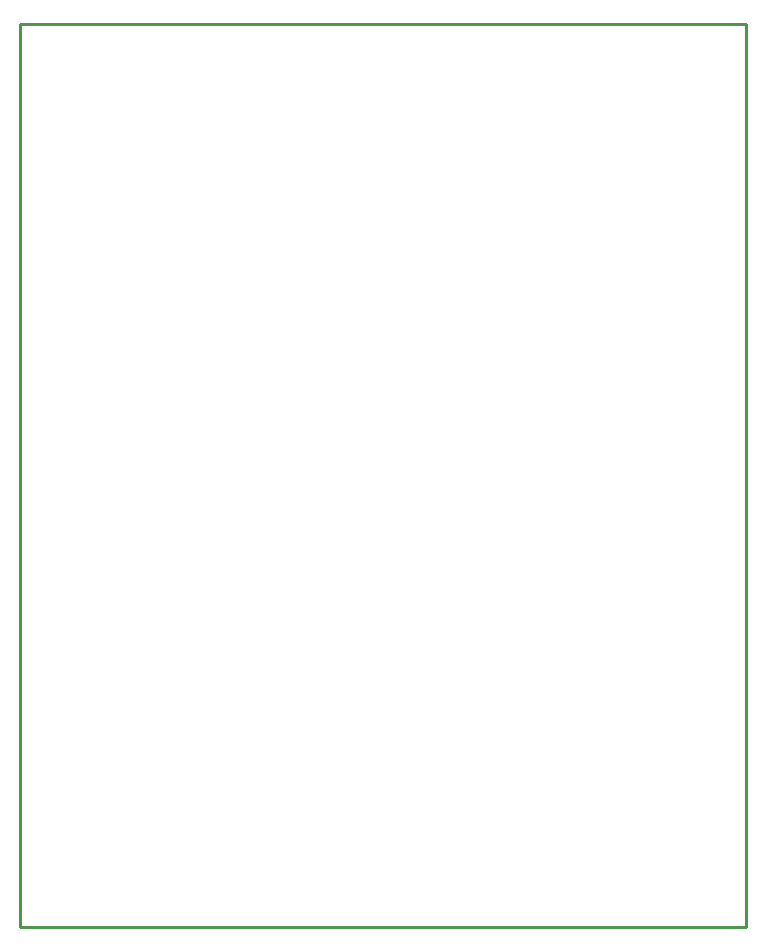
<source format=gm1>
G04*
G04 #@! TF.GenerationSoftware,Altium Limited,Altium Designer,19.1.8 (144)*
G04*
G04 Layer_Color=16711935*
%FSLAX25Y25*%
%MOIN*%
G70*
G01*
G75*
%ADD12C,0.01000*%
D12*
X1000Y302000D02*
X1000Y1000D01*
X243000D01*
X243000Y302000D02*
X243000Y1000D01*
X1000Y302000D02*
X243000D01*
X1000D02*
X1000Y1000D01*
X243000D01*
X243000Y302000D02*
X243000Y1000D01*
X1000Y302000D02*
X243000D01*
M02*

</source>
